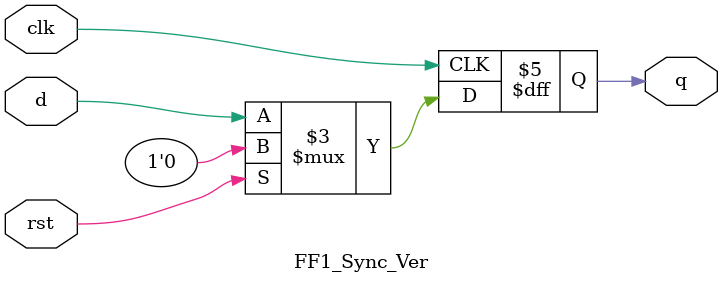
<source format=v>
module FF1_Sync_Ver(q,d,clk,rst);////模仿講義寫法D-FF
output q;
input d,clk,rst;
reg q;

always @(posedge clk)//positive edge trigger, active high synchronous reset
    if(rst)
        q<=0;
    else
        q<=d;
endmodule
</source>
